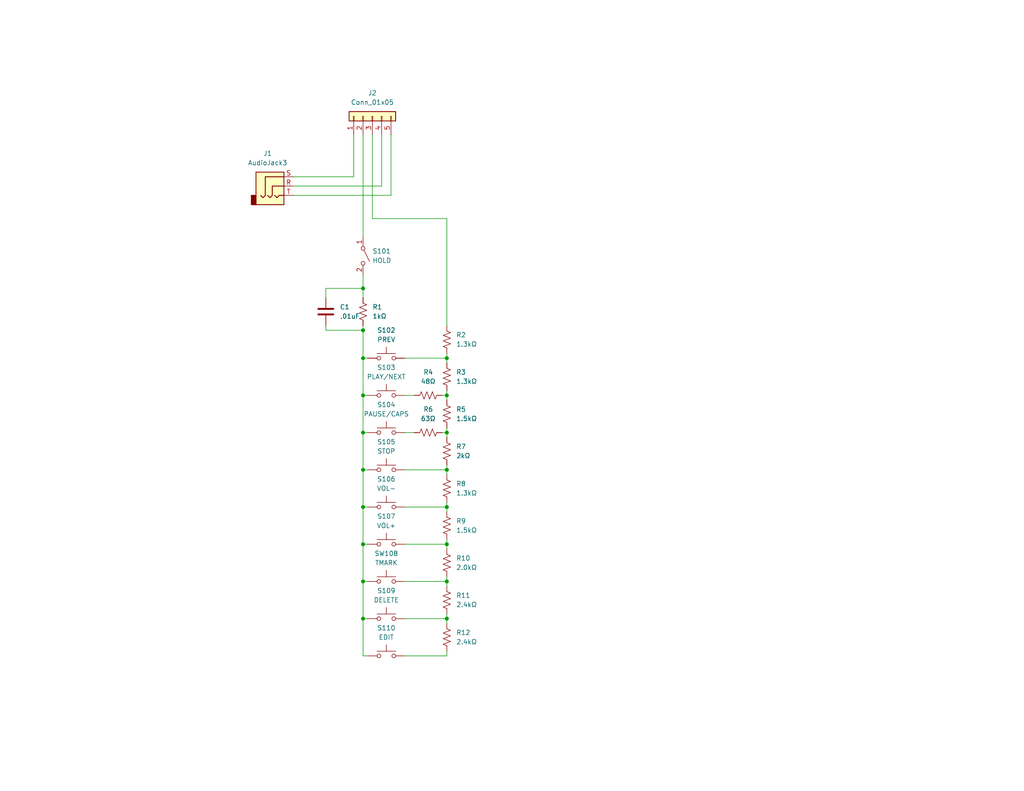
<source format=kicad_sch>
(kicad_sch (version 20230121) (generator eeschema)
  (paper "USLetter")
  (title_block (title "SONY RM-MZ3R Wired Remote Control") (date "2024-01-22") (rev "1.0") (company "Ilektronx"))
  (lib_symbols
    (symbol "Connector_Audio:AudioJack3"
      (property "Reference" "J" (at 0 8.89 0))
      (property "Value" "AudioJack3" (at 0 6.35 0))
      (symbol "AudioJack3_0_1"
        (rectangle (start -5.08 -5.08) (end -6.35 -2.54) (stroke (width 0.254)) (fill (type outline)))
        (polyline (pts (xy 0 -2.54) (xy 0.635 -3.175) (xy 1.27 -2.54) (xy 2.54 -2.54)) (stroke (width 0.254)))
        (polyline (pts (xy -1.905 -2.54) (xy -1.27 -3.175) (xy -0.635 -2.54) (xy -0.635 0) (xy 2.54 0)) (stroke (width 0.254)))
        (polyline (pts (xy 2.54 2.54) (xy -2.54 2.54) (xy -2.54 -2.54) (xy -3.175 -3.175) (xy -3.81 -2.54)) (stroke (width 0.254)))
        (rectangle (start 2.54 3.81) (end -5.08 -5.08) (stroke (width 0.254)) (fill (type background)))
      )
      (symbol "AudioJack3_1_1"
        (pin passive line (at 5.08 0 180) (length 2.54) (name "~") (number "R"))
        (pin passive line (at 5.08 2.54 180) (length 2.54) (name "~") (number "S"))
        (pin passive line (at 5.08 -2.54 180) (length 2.54) (name "~") (number "T"))
      )
    )
    (symbol "Connector_Generic:Conn_01x05" (pin_names (offset 1.016) hide)
      (property "Reference" "J" (at 0 7.62 0))
      (property "Value" "Conn_01x05" (at 0 -7.62 0))
      (symbol "Conn_01x05_1_1"
        (rectangle (start -1.27 -4.953) (end 0 -5.207) (stroke (width 0.1524)))
        (rectangle (start -1.27 -2.413) (end 0 -2.667) (stroke (width 0.1524)))
        (rectangle (start -1.27 0.127) (end 0 -0.127) (stroke (width 0.1524)))
        (rectangle (start -1.27 2.667) (end 0 2.413) (stroke (width 0.1524)))
        (rectangle (start -1.27 5.207) (end 0 4.953) (stroke (width 0.1524)))
        (rectangle (start -1.27 6.35) (end 1.27 -6.35) (stroke (width 0.254)) (fill (type background)))
        (pin passive line (at -5.08 5.08 0) (length 3.81) (name "Pin_1") (number "1"))
        (pin passive line (at -5.08 2.54 0) (length 3.81) (name "Pin_2") (number "2"))
        (pin passive line (at -5.08 0 0) (length 3.81) (name "Pin_3") (number "3"))
        (pin passive line (at -5.08 -2.54 0) (length 3.81) (name "Pin_4") (number "4"))
        (pin passive line (at -5.08 -5.08 0) (length 3.81) (name "Pin_5") (number "5"))
      )
    )
    (symbol "Device:C" (pin_numbers hide) (pin_names (offset 0.254))
      (property "Reference" "C" (at 0.635 2.54 0))
      (property "Value" "C" (at 0.635 -2.54 0))
      (symbol "C_0_1"
        (polyline (pts (xy -2.032 -0.762) (xy 2.032 -0.762)) (stroke (width 0.508)))
        (polyline (pts (xy -2.032 0.762) (xy 2.032 0.762)) (stroke (width 0.508)))
      )
      (symbol "C_1_1"
        (pin passive line (at 0 3.81 270) (length 2.794) (name "~") (number "1"))
        (pin passive line (at 0 -3.81 90) (length 2.794) (name "~") (number "2"))
      )
    )
    (symbol "Device:R_US" (pin_numbers hide) (pin_names (offset 0))
      (property "Reference" "R" (at 2.54 0 90))
      (property "Value" "R_US" (at -2.54 0 90))
      (symbol "R_US_0_1"
        (polyline (pts (xy 0 -2.286) (xy 0 -2.54)))
        (polyline (pts (xy 0 2.286) (xy 0 2.54)))
        (polyline (pts (xy 0 -0.762) (xy 1.016 -1.143) (xy 0 -1.524) (xy -1.016 -1.905) (xy 0 -2.286)))
        (polyline (pts (xy 0 0.762) (xy 1.016 0.381) (xy 0 0) (xy -1.016 -0.381) (xy 0 -0.762)))
        (polyline (pts (xy 0 2.286) (xy 1.016 1.905) (xy 0 1.524) (xy -1.016 1.143) (xy 0 0.762)))
      )
      (symbol "R_US_1_1"
        (pin passive line (at 0 3.81 270) (length 1.27) (name "~") (number "1"))
        (pin passive line (at 0 -3.81 90) (length 1.27) (name "~") (number "2"))
      )
    )
    (symbol "Switch:SW_Push" (pin_numbers hide) (pin_names (offset 1.016) hide)
      (property "Reference" "SW" (at 1.27 2.54 0))
      (property "Value" "SW_Push" (at 0 -1.524 0))
      (symbol "SW_Push_0_1"
        (circle (center -2.032 0) (radius 0.508))
        (polyline (pts (xy 0 1.27) (xy 0 3.048)))
        (polyline (pts (xy 2.54 1.27) (xy -2.54 1.27)))
        (circle (center 2.032 0) (radius 0.508))
        (pin passive line (at -5.08 0 0) (length 2.54) (name "1") (number "1"))
        (pin passive line (at 5.08 0 180) (length 2.54) (name "2") (number "2"))
      )
    )
    (symbol "Switch:SW_SPST" (pin_names (offset 0) hide)
      (property "Reference" "SW" (at 0 3.175 0))
      (property "Value" "SW_SPST" (at 0 -2.54 0))
      (symbol "SW_SPST_0_0"
        (circle (center -2.032 0) (radius 0.508))
        (polyline (pts (xy -1.524 0.254) (xy 1.524 1.778)))
        (circle (center 2.032 0) (radius 0.508))
      )
      (symbol "SW_SPST_1_1"
        (pin passive line (at -5.08 0 0) (length 2.54) (name "A") (number "1"))
        (pin passive line (at 5.08 0 180) (length 2.54) (name "B") (number "2"))
      )
    )
  )
  (junction (at 99.06 97.79))
  (junction (at 121.92 158.75))
  (junction (at 121.92 168.91))
  (junction (at 121.92 148.59))
  (junction (at 99.06 128.27))
  (junction (at 99.06 107.95))
  (junction (at 121.92 138.43))
  (junction (at 99.06 90.17))
  (junction (at 99.06 78.74))
  (junction (at 99.06 168.91))
  (junction (at 121.92 107.95))
  (junction (at 121.92 128.27))
  (junction (at 99.06 158.75))
  (junction (at 99.06 138.43))
  (junction (at 121.92 97.79))
  (junction (at 99.06 118.11))
  (junction (at 121.92 118.11))
  (junction (at 99.06 148.59))
  (wire (pts (xy 104.14 50.8) (xy 104.14 36.83)))
  (wire (pts (xy 100.33 107.95) (xy 99.06 107.95)))
  (wire (pts (xy 99.06 78.74) (xy 88.9 78.74)))
  (wire (pts (xy 100.33 158.75) (xy 99.06 158.75)))
  (wire (pts (xy 100.33 128.27) (xy 99.06 128.27)))
  (wire (pts (xy 120.65 107.95) (xy 121.92 107.95)))
  (wire (pts (xy 121.92 59.69) (xy 121.92 88.9)))
  (wire (pts (xy 120.65 118.11) (xy 121.92 118.11)))
  (wire (pts (xy 99.06 118.11) (xy 99.06 128.27)))
  (wire (pts (xy 88.9 78.74) (xy 88.9 81.28)))
  (wire (pts (xy 99.06 158.75) (xy 99.06 168.91)))
  (wire (pts (xy 100.33 138.43) (xy 99.06 138.43)))
  (wire (pts (xy 110.49 179.07) (xy 121.92 179.07)))
  (wire (pts (xy 80.01 48.26) (xy 96.52 48.26)))
  (wire (pts (xy 121.92 96.52) (xy 121.92 97.79)))
  (wire (pts (xy 100.33 168.91) (xy 99.06 168.91)))
  (wire (pts (xy 88.9 88.9) (xy 88.9 90.17)))
  (wire (pts (xy 80.01 50.8) (xy 104.14 50.8)))
  (wire (pts (xy 80.01 53.34) (xy 106.68 53.34)))
  (wire (pts (xy 99.06 74.93) (xy 99.06 78.74)))
  (wire (pts (xy 106.68 53.34) (xy 106.68 36.83)))
  (wire (pts (xy 121.92 137.16) (xy 121.92 138.43)))
  (wire (pts (xy 99.06 97.79) (xy 99.06 107.95)))
  (wire (pts (xy 110.49 118.11) (xy 113.03 118.11)))
  (wire (pts (xy 99.06 148.59) (xy 99.06 158.75)))
  (wire (pts (xy 100.33 118.11) (xy 99.06 118.11)))
  (wire (pts (xy 121.92 148.59) (xy 121.92 149.86)))
  (wire (pts (xy 121.92 158.75) (xy 121.92 160.02)))
  (wire (pts (xy 121.92 116.84) (xy 121.92 118.11)))
  (wire (pts (xy 121.92 118.11) (xy 121.92 119.38)))
  (wire (pts (xy 100.33 148.59) (xy 99.06 148.59)))
  (wire (pts (xy 121.92 177.8) (xy 121.92 179.07)))
  (wire (pts (xy 110.49 128.27) (xy 121.92 128.27)))
  (wire (pts (xy 100.33 179.07) (xy 99.06 179.07)))
  (wire (pts (xy 88.9 90.17) (xy 99.06 90.17)))
  (wire (pts (xy 99.06 81.28) (xy 99.06 78.74)))
  (wire (pts (xy 110.49 107.95) (xy 113.03 107.95)))
  (wire (pts (xy 110.49 148.59) (xy 121.92 148.59)))
  (wire (pts (xy 121.92 99.06) (xy 121.92 97.79)))
  (wire (pts (xy 101.6 59.69) (xy 101.6 36.83)))
  (wire (pts (xy 99.06 138.43) (xy 99.06 148.59)))
  (wire (pts (xy 110.49 168.91) (xy 121.92 168.91)))
  (wire (pts (xy 121.92 157.48) (xy 121.92 158.75)))
  (wire (pts (xy 99.06 88.9) (xy 99.06 90.17)))
  (wire (pts (xy 110.49 158.75) (xy 121.92 158.75)))
  (wire (pts (xy 121.92 106.68) (xy 121.92 107.95)))
  (wire (pts (xy 99.06 168.91) (xy 99.06 179.07)))
  (wire (pts (xy 99.06 36.83) (xy 99.06 64.77)))
  (wire (pts (xy 121.92 147.32) (xy 121.92 148.59)))
  (wire (pts (xy 99.06 107.95) (xy 99.06 118.11)))
  (wire (pts (xy 110.49 138.43) (xy 121.92 138.43)))
  (wire (pts (xy 121.92 59.69) (xy 101.6 59.69)))
  (wire (pts (xy 121.92 127) (xy 121.92 128.27)))
  (wire (pts (xy 121.92 109.22) (xy 121.92 107.95)))
  (wire (pts (xy 96.52 48.26) (xy 96.52 36.83)))
  (wire (pts (xy 100.33 97.79) (xy 99.06 97.79)))
  (wire (pts (xy 99.06 128.27) (xy 99.06 138.43)))
  (wire (pts (xy 110.49 97.79) (xy 121.92 97.79)))
  (wire (pts (xy 121.92 128.27) (xy 121.92 129.54)))
  (wire (pts (xy 121.92 168.91) (xy 121.92 170.18)))
  (wire (pts (xy 121.92 167.64) (xy 121.92 168.91)))
  (wire (pts (xy 99.06 90.17) (xy 99.06 97.79)))
  (wire (pts (xy 121.92 138.43) (xy 121.92 139.7)))
  (symbol (lib_id "Device:R_US") (at 121.92 143.51 180) (unit 1)
    (property "Reference" "R9" (at 124.46 142.24 0) (effects (justify right)))
    (property "Value" "1.5kΩ" (at 124.46 144.78 0) (effects (justify right)))
  )
  (symbol (lib_id "Device:R_US") (at 121.92 102.87 180) (unit 1)
    (property "Reference" "R3" (at 124.46 101.6 0) (effects (justify right)))
    (property "Value" "1.3kΩ" (at 124.46 104.14 0) (effects (justify right)))
  )
  (symbol (lib_id "Switch:SW_Push") (at 105.41 148.59 0) (unit 1)
    (property "Reference" "S107" (at 105.41 140.97 0))
    (property "Value" "VOL+" (at 105.41 143.51 0))
  )
  (symbol (lib_id "Switch:SW_Push") (at 105.41 128.27 0) (unit 1)
    (property "Reference" "S105" (at 105.41 120.65 0))
    (property "Value" "STOP" (at 105.41 123.19 0))
  )
  (symbol (lib_id "Switch:SW_Push") (at 105.41 97.79 0) (unit 1)
    (property "Reference" "S102" (at 105.41 90.17 0))
    (property "Value" "PREV" (at 105.41 92.71 0))
  )
  (symbol (lib_id "Switch:SW_SPST") (at 99.06 69.85 270) (unit 1)
    (property "Reference" "S101" (at 101.6 68.58 90) (effects (justify left)))
    (property "Value" "HOLD" (at 101.6 71.12 90) (effects (justify left)))
  )
  (symbol (lib_id "Device:R_US") (at 121.92 92.71 0) (unit 1)
    (property "Reference" "R2" (at 124.46 91.44 0) (effects (justify left)))
    (property "Value" "1.3kΩ" (at 124.46 93.98 0) (effects (justify left)))
  )
  (symbol (lib_id "Device:R_US") (at 121.92 163.83 180) (unit 1)
    (property "Reference" "R11" (at 124.46 162.56 0) (effects (justify right)))
    (property "Value" "2.4kΩ" (at 124.46 165.1 0) (effects (justify right)))
  )
  (symbol (lib_id "Device:C") (at 88.9 85.09 0) (unit 1)
    (property "Reference" "C1" (at 92.71 83.82 0) (effects (justify left)))
    (property "Value" ".01uF" (at 92.71 86.36 0) (effects (justify left)))
  )
  (symbol (lib_id "Switch:SW_Push") (at 105.41 118.11 0) (unit 1)
    (property "Reference" "S104" (at 105.41 110.49 0))
    (property "Value" "PAUSE/CAPS" (at 105.41 113.03 0))
  )
  (symbol (lib_id "Connector_Generic:Conn_01x05") (at 101.6 31.75 90) (unit 1)
    (property "Reference" "J2" (at 101.6 25.4 90))
    (property "Value" "Conn_01x05" (at 101.6 27.94 90))
  )
  (symbol (lib_id "Switch:SW_Push") (at 105.41 179.07 0) (unit 1)
    (property "Reference" "S110" (at 105.41 171.45 0))
    (property "Value" "EDIT" (at 105.41 173.99 0))
  )
  (symbol (lib_id "Device:R_US") (at 116.84 107.95 90) (unit 1)
    (property "Reference" "R4" (at 116.84 101.6 90))
    (property "Value" "48Ω" (at 116.84 104.14 90))
  )
  (symbol (lib_id "Device:R_US") (at 121.92 173.99 180) (unit 1)
    (property "Reference" "R12" (at 124.46 172.72 0) (effects (justify right)))
    (property "Value" "2.4kΩ" (at 124.46 175.26 0) (effects (justify right)))
  )
  (symbol (lib_id "Device:R_US") (at 121.92 133.35 180) (unit 1)
    (property "Reference" "R8" (at 124.46 132.08 0) (effects (justify right)))
    (property "Value" "1.3kΩ" (at 124.46 134.62 0) (effects (justify right)))
  )
  (symbol (lib_id "Switch:SW_Push") (at 105.41 168.91 0) (unit 1)
    (property "Reference" "S109" (at 105.41 161.29 0))
    (property "Value" "DELETE" (at 105.41 163.83 0))
  )
  (symbol (lib_id "Connector_Audio:AudioJack3") (at 74.93 50.8 0) (unit 1)
    (property "Reference" "J1" (at 73.025 41.91 0))
    (property "Value" "AudioJack3" (at 73.025 44.45 0))
  )
  (symbol (lib_id "Device:R_US") (at 99.06 85.09 0) (unit 1)
    (property "Reference" "R1" (at 101.6 83.82 0) (effects (justify left)))
    (property "Value" "1kΩ" (at 101.6 86.36 0) (effects (justify left)))
  )
  (symbol (lib_id "Switch:SW_Push") (at 105.41 138.43 0) (unit 1)
    (property "Reference" "S106" (at 105.41 130.81 0))
    (property "Value" "VOL-" (at 105.41 133.35 0))
  )
  (symbol (lib_id "Device:R_US") (at 121.92 153.67 180) (unit 1)
    (property "Reference" "R10" (at 124.46 152.4 0) (effects (justify right)))
    (property "Value" "2.0kΩ" (at 124.46 154.94 0) (effects (justify right)))
  )
  (symbol (lib_id "Device:R_US") (at 116.84 118.11 270) (unit 1)
    (property "Reference" "R6" (at 116.84 111.76 90))
    (property "Value" "63Ω" (at 116.84 114.3 90))
  )
  (symbol (lib_id "Device:R_US") (at 121.92 113.03 180) (unit 1)
    (property "Reference" "R5" (at 124.46 111.76 0) (effects (justify right)))
    (property "Value" "1.5kΩ" (at 124.46 114.3 0) (effects (justify right)))
  )
  (symbol (lib_id "Device:R_US") (at 121.92 123.19 180) (unit 1)
    (property "Reference" "R7" (at 124.46 121.92 0) (effects (justify right)))
    (property "Value" "2kΩ" (at 124.46 124.46 0) (effects (justify right)))
  )
  (symbol (lib_id "Switch:SW_Push") (at 105.41 107.95 0) (unit 1)
    (property "Reference" "S103" (at 105.41 100.33 0))
    (property "Value" "PLAY/NEXT" (at 105.41 102.87 0))
  )
  (symbol (lib_id "Switch:SW_Push") (at 105.41 158.75 0) (unit 1)
    (property "Reference" "SW108" (at 105.41 151.13 0))
    (property "Value" "TMARK" (at 105.41 153.67 0))
  )
)
</source>
